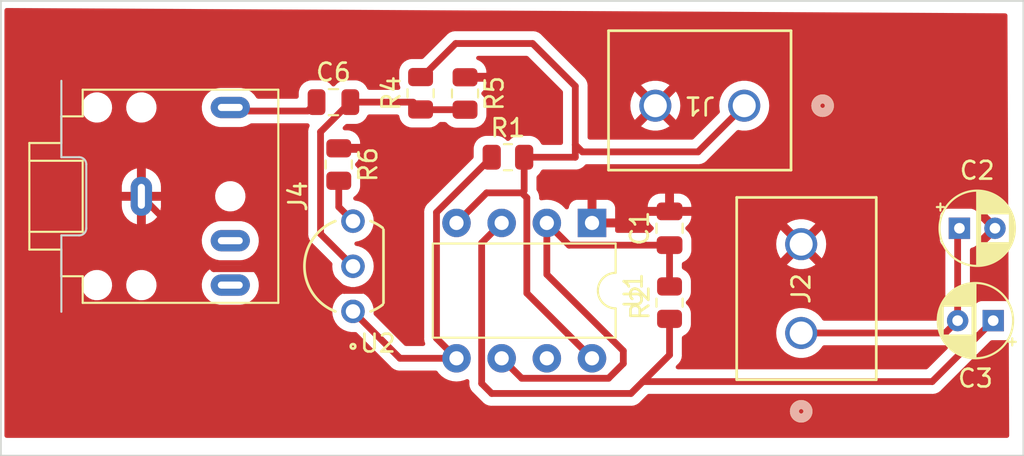
<source format=kicad_pcb>
(kicad_pcb (version 20221018) (generator pcbnew)
  (layers (0 "F.Cu" signal) (31 "B.Cu" signal) (34 "B.Paste" user) (35 "F.Paste" user) (36 "B.SilkS" user "B.Silkscreen") (37 "F.SilkS" user "F.Silkscreen") (38 "B.Mask" user) (39 "F.Mask" user) (44 "Edge.Cuts" user))
  (net 0 "")
  (net 1 "/C_timing")
  (net 2 "GND")
  (net 3 "/base")
  (net 4 "Net-(J2-Pin_1)")
  (net 5 "Net-(U1-Q)")
  (net 6 "+9V")
  (net 7 "/collector")
  (net 8 "/emitter")
  (net 10 "Net-(C6-Pad1)")
  (footprint "Library:691137710002" (layer "F.Cu") (at 197.702701 118.7951 90)
    (fp_text reference "J2" (at 2.5 0 90 unlocked) (layer "F.SilkS"))
    (fp_text value "Screw_Terminal_01x02")
    (fp_circle (center -4.4088 0) (end -4.0278 0) (stroke (width 0.508)) (fill none) (layer "B.SilkS"))
    (fp_line (start -2.6308 -3.627001) (end -2.6308 4.221599) (stroke (width 0.1524)) (layer "F.SilkS"))
    (fp_line (start -2.6308 4.221599) (end 7.6308 4.221599) (stroke (width 0.1524)) (layer "F.SilkS"))
    (fp_line (start 7.6308 -3.627001) (end -2.6308 -3.627001) (stroke (width 0.1524)) (layer "F.SilkS"))
    (fp_line (start 7.6308 4.221599) (end 7.6308 -3.627001) (stroke (width 0.1524)) (layer "F.SilkS"))
    (fp_circle (center -4.4088 0) (end -4.0278 0) (stroke (width 0.508)) (fill none) (layer "F.SilkS"))
    (pad "1" thru_hole circle (at 0 0 90) (size 1.8034 1.8034) (drill 1.2954) (layers "*.Cu" "*.Mask") (net 4 "Net-(J2-Pin_1)"))
    (pad "2" thru_hole circle (at 5 0 90) (size 1.8034 1.8034) (drill 1.2954) (layers "*.Cu" "*.Mask") (net 2 "GND"))
  )
  (footprint "Resistor_SMD:R_0805_2012Metric" (layer "F.Cu") (at 178.8 105.3125 -90)
    (fp_text reference "R5" (at 0 -1.65 90) (layer "F.SilkS"))
    (fp_text value "15K")
    (fp_line (start -0.227064 -0.735) (end 0.227064 -0.735) (stroke (width 0.12)) (layer "F.SilkS"))
    (fp_line (start -0.227064 0.735) (end 0.227064 0.735) (stroke (width 0.12)) (layer "F.SilkS"))
    (pad "1" smd roundrect (at -0.9125 0 270) (size 1.025 1.4) (layers "F.Cu" "F.Paste" "F.Mask") (roundrect_rratio 0.243902) (net 2 "GND"))
    (pad "2" smd roundrect (at 0.9125 0 270) (size 1.025 1.4) (layers "F.Cu" "F.Paste" "F.Mask") (roundrect_rratio 0.243902) (net 3 "/base"))
  )
  (footprint "Library:BC547" (layer "F.Cu") (at 172.5 117.58 90)
    (fp_text reference "U2" (at -1.8 1.4 unlocked) (layer "F.SilkS"))
    (fp_text value "BC547")
    (fp_line (start 0.476494 1.7145) (end 4.603506 1.7145) (stroke (width 0.1524)) (layer "F.SilkS"))
    (fp_arc (start -0.003485 -0.993134) (mid 2.54 -2.7305) (end 5.083485 -0.993134) (stroke (width 0.1524)) (layer "F.SilkS"))
    (fp_arc (start 0.375836 1.66494) (mid 0.162329 1.342503) (end -0.003484 0.993136) (stroke (width 0.1524)) (layer "F.SilkS"))
    (fp_arc (start 5.083485 0.993134) (mid 4.917671 1.342502) (end 4.704164 1.66494) (stroke (width 0.1524)) (layer "F.SilkS"))
    (fp_circle (center -1.9685 0) (end -1.8415 0) (stroke (width 0.1524)) (fill none) (layer "F.SilkS"))
    (pad "1" thru_hole circle (at 0 0 90) (size 1.3208 1.3208) (drill 0.8128) (layers "*.Cu" "*.Mask") (net 7 "/collector"))
    (pad "2" thru_hole circle (at 2.54 0 90) (size 1.3208 1.3208) (drill 0.8128) (layers "*.Cu" "*.Mask") (net 3 "/base"))
    (pad "3" thru_hole circle (at 5.08 0 90) (size 1.3208 1.3208) (drill 0.8128) (layers "*.Cu" "*.Mask") (net 8 "/emitter"))
  )
  (footprint "Resistor_SMD:R_0805_2012Metric" (layer "F.Cu") (at 181.2125 108.9)
    (fp_text reference "R1" (at 0 -1.65) (layer "F.SilkS"))
    (fp_text value "10K")
    (fp_line (start -0.227064 -0.735) (end 0.227064 -0.735) (stroke (width 0.12)) (layer "F.SilkS"))
    (fp_line (start -0.227064 0.735) (end 0.227064 0.735) (stroke (width 0.12)) (layer "F.SilkS"))
    (pad "1" smd roundrect (at -0.9125 0) (size 1.025 1.4) (layers "F.Cu" "F.Paste" "F.Mask") (roundrect_rratio 0.243902) (net 7 "/collector"))
    (pad "2" smd roundrect (at 0.9125 0) (size 1.025 1.4) (layers "F.Cu" "F.Paste" "F.Mask") (roundrect_rratio 0.243902) (net 6 "+9V"))
  )
  (footprint "Resistor_SMD:R_0805_2012Metric" (layer "F.Cu") (at 171.7 109.3125 -90)
    (fp_text reference "R6" (at 0 -1.65 -90) (layer "F.SilkS"))
    (fp_text value "1K")
    (fp_line (start -0.227064 -0.735) (end 0.227064 -0.735) (stroke (width 0.12)) (layer "F.SilkS"))
    (fp_line (start -0.227064 0.735) (end 0.227064 0.735) (stroke (width 0.12)) (layer "F.SilkS"))
    (pad "1" smd roundrect (at -0.9125 0 270) (size 1.025 1.4) (layers "F.Cu" "F.Paste" "F.Mask") (roundrect_rratio 0.243902) (net 2 "GND"))
    (pad "2" smd roundrect (at 0.9125 0 270) (size 1.025 1.4) (layers "F.Cu" "F.Paste" "F.Mask") (roundrect_rratio 0.243902) (net 8 "/emitter"))
  )
  (footprint "Package_DIP:DIP-8_W7.62mm" (layer "F.Cu") (at 185.94 112.6 -90)
    (fp_text reference "U1" (at 3.81 -2.33 -90) (layer "F.SilkS"))
    (fp_text value "NE555D")
    (fp_line (start 1.16 -1.33) (end 1.16 8.95) (stroke (width 0.12)) (layer "F.SilkS"))
    (fp_line (start 1.16 8.95) (end 6.46 8.95) (stroke (width 0.12)) (layer "F.SilkS"))
    (fp_line (start 2.81 -1.33) (end 1.16 -1.33) (stroke (width 0.12)) (layer "F.SilkS"))
    (fp_line (start 6.46 -1.33) (end 4.81 -1.33) (stroke (width 0.12)) (layer "F.SilkS"))
    (fp_line (start 6.46 8.95) (end 6.46 -1.33) (stroke (width 0.12)) (layer "F.SilkS"))
    (fp_arc (start 4.81 -1.33) (mid 3.81 -0.33) (end 2.81 -1.33) (stroke (width 0.12)) (layer "F.SilkS"))
    (pad "1" thru_hole rect (at 0 0 270) (size 1.6 1.6) (drill 0.8) (layers "*.Cu" "*.Mask") (net 2 "GND"))
    (pad "2" thru_hole oval (at 0 2.54 270) (size 1.6 1.6) (drill 0.8) (layers "*.Cu" "*.Mask") (net 1 "/C_timing"))
    (pad "3" thru_hole oval (at 0 5.08 270) (size 1.6 1.6) (drill 0.8) (layers "*.Cu" "*.Mask") (net 5 "Net-(U1-Q)"))
    (pad "4" thru_hole oval (at 0 7.62 270) (size 1.6 1.6) (drill 0.8) (layers "*.Cu" "*.Mask") (net 6 "+9V"))
    (pad "5" thru_hole oval (at 7.62 7.62 270) (size 1.6 1.6) (drill 0.8) (layers "*.Cu" "*.Mask") (net 7 "/collector"))
    (pad "6" thru_hole oval (at 7.62 5.08 270) (size 1.6 1.6) (drill 0.8) (layers "*.Cu" "*.Mask") (net 1 "/C_timing"))
    (pad "7" thru_hole oval (at 7.62 2.54 270) (size 1.6 1.6) (drill 0.8) (layers "*.Cu" "*.Mask"))
    (pad "8" thru_hole oval (at 7.62 0 270) (size 1.6 1.6) (drill 0.8) (layers "*.Cu" "*.Mask") (net 6 "+9V"))
  )
  (footprint "Library:691137710002" (layer "F.Cu") (at 194.5 106 180)
    (fp_text reference "J1" (at 2.5 0 180 unlocked) (layer "F.SilkS"))
    (fp_text value "Screw_Terminal_01x02")
    (fp_circle (center -4.4088 0) (end -4.0278 0) (stroke (width 0.508)) (fill none) (layer "B.SilkS"))
    (fp_line (start -2.6308 -3.627001) (end -2.6308 4.221599) (stroke (width 0.1524)) (layer "F.SilkS"))
    (fp_line (start -2.6308 4.221599) (end 7.6308 4.221599) (stroke (width 0.1524)) (layer "F.SilkS"))
    (fp_line (start 7.6308 -3.627001) (end -2.6308 -3.627001) (stroke (width 0.1524)) (layer "F.SilkS"))
    (fp_line (start 7.6308 4.221599) (end 7.6308 -3.627001) (stroke (width 0.1524)) (layer "F.SilkS"))
    (fp_circle (center -4.4088 0) (end -4.0278 0) (stroke (width 0.508)) (fill none) (layer "F.SilkS"))
    (pad "1" thru_hole circle (at 0 0 180) (size 1.8034 1.8034) (drill 1.2954) (layers "*.Cu" "*.Mask") (net 6 "+9V"))
    (pad "2" thru_hole circle (at 5 0 180) (size 1.8034 1.8034) (drill 1.2954) (layers "*.Cu" "*.Mask") (net 2 "GND"))
  )
  (footprint "Capacitor_THT:CP_Radial_D4.0mm_P2.00mm" (layer "F.Cu") (at 206.6 112.9)
    (fp_text reference "C2" (at 1 -3.25) (layer "F.SilkS"))
    (fp_text value "C_Polarized_US")
    (fp_line (start -1.269801 -1.195) (end -0.869801 -1.195) (stroke (width 0.12)) (layer "F.SilkS"))
    (fp_line (start -1.069801 -1.395) (end -1.069801 -0.995) (stroke (width 0.12)) (layer "F.SilkS"))
    (fp_line (start 1 -2.08) (end 1 2.08) (stroke (width 0.12)) (layer "F.SilkS"))
    (fp_line (start 1.04 -2.08) (end 1.04 2.08) (stroke (width 0.12)) (layer "F.SilkS"))
    (fp_line (start 1.08 -2.079) (end 1.08 2.079) (stroke (width 0.12)) (layer "F.SilkS"))
    (fp_line (start 1.12 -2.077) (end 1.12 2.077) (stroke (width 0.12)) (layer "F.SilkS"))
    (fp_line (start 1.16 -2.074) (end 1.16 2.074) (stroke (width 0.12)) (layer "F.SilkS"))
    (fp_line (start 1.2 -2.071) (end 1.2 -0.84) (stroke (width 0.12)) (layer "F.SilkS"))
    (fp_line (start 1.2 0.84) (end 1.2 2.071) (stroke (width 0.12)) (layer "F.SilkS"))
    (fp_line (start 1.24 -2.067) (end 1.24 -0.84) (stroke (width 0.12)) (layer "F.SilkS"))
    (fp_line (start 1.24 0.84) (end 1.24 2.067) (stroke (width 0.12)) (layer "F.SilkS"))
    (fp_line (start 1.28 -2.062) (end 1.28 -0.84) (stroke (width 0.12)) (layer "F.SilkS"))
    (fp_line (start 1.28 0.84) (end 1.28 2.062) (stroke (width 0.12)) (layer "F.SilkS"))
    (fp_line (start 1.32 -2.056) (end 1.32 -0.84) (stroke (width 0.12)) (layer "F.SilkS"))
    (fp_line (start 1.32 0.84) (end 1.32 2.056) (stroke (width 0.12)) (layer "F.SilkS"))
    (fp_line (start 1.36 -2.05) (end 1.36 -0.84) (stroke (width 0.12)) (layer "F.SilkS"))
    (fp_line (start 1.36 0.84) (end 1.36 2.05) (stroke (width 0.12)) (layer "F.SilkS"))
    (fp_line (start 1.4 -2.042) (end 1.4 -0.84) (stroke (width 0.12)) (layer "F.SilkS"))
    (fp_line (start 1.4 0.84) (end 1.4 2.042) (stroke (width 0.12)) (layer "F.SilkS"))
    (fp_line (start 1.44 -2.034) (end 1.44 -0.84) (stroke (width 0.12)) (layer "F.SilkS"))
    (fp_line (start 1.44 0.84) (end 1.44 2.034) (stroke (width 0.12)) (layer "F.SilkS"))
    (fp_line (start 1.48 -2.025) (end 1.48 -0.84) (stroke (width 0.12)) (layer "F.SilkS"))
    (fp_line (start 1.48 0.84) (end 1.48 2.025) (stroke (width 0.12)) (layer "F.SilkS"))
    (fp_line (start 1.52 -2.016) (end 1.52 -0.84) (stroke (width 0.12)) (layer "F.SilkS"))
    (fp_line (start 1.52 0.84) (end 1.52 2.016) (stroke (width 0.12)) (layer "F.SilkS"))
    (fp_line (start 1.56 -2.005) (end 1.56 -0.84) (stroke (width 0.12)) (layer "F.SilkS"))
    (fp_line (start 1.56 0.84) (end 1.56 2.005) (stroke (width 0.12)) (layer "F.SilkS"))
    (fp_line (start 1.6 -1.994) (end 1.6 -0.84) (stroke (width 0.12)) (layer "F.SilkS"))
    (fp_line (start 1.6 0.84) (end 1.6 1.994) (stroke (width 0.12)) (layer "F.SilkS"))
    (fp_line (start 1.64 -1.982) (end 1.64 -0.84) (stroke (width 0.12)) (layer "F.SilkS"))
    (fp_line (start 1.64 0.84) (end 1.64 1.982) (stroke (width 0.12)) (layer "F.SilkS"))
    (fp_line (start 1.68 -1.968) (end 1.68 -0.84) (stroke (width 0.12)) (layer "F.SilkS"))
    (fp_line (start 1.68 0.84) (end 1.68 1.968) (stroke (width 0.12)) (layer "F.SilkS"))
    (fp_line (start 1.721 -1.954) (end 1.721 -0.84) (stroke (width 0.12)) (layer "F.SilkS"))
    (fp_line (start 1.721 0.84) (end 1.721 1.954) (stroke (width 0.12)) (layer "F.SilkS"))
    (fp_line (start 1.761 -1.94) (end 1.761 -0.84) (stroke (width 0.12)) (layer "F.SilkS"))
    (fp_line (start 1.761 0.84) (end 1.761 1.94) (stroke (width 0.12)) (layer "F.SilkS"))
    (fp_line (start 1.801 -1.924) (end 1.801 -0.84) (stroke (width 0.12)) (layer "F.SilkS"))
    (fp_line (start 1.801 0.84) (end 1.801 1.924) (stroke (width 0.12)) (layer "F.SilkS"))
    (fp_line (start 1.841 -1.907) (end 1.841 -0.84) (stroke (width 0.12)) (layer "F.SilkS"))
    (fp_line (start 1.841 0.84) (end 1.841 1.907) (stroke (width 0.12)) (layer "F.SilkS"))
    (fp_line (start 1.881 -1.889) (end 1.881 -0.84) (stroke (width 0.12)) (layer "F.SilkS"))
    (fp_line (start 1.881 0.84) (end 1.881 1.889) (stroke (width 0.12)) (layer "F.SilkS"))
    (fp_line (start 1.921 -1.87) (end 1.921 -0.84) (stroke (width 0.12)) (layer "F.SilkS"))
    (fp_line (start 1.921 0.84) (end 1.921 1.87) (stroke (width 0.12)) (layer "F.SilkS"))
    (fp_line (start 1.961 -1.851) (end 1.961 -0.84) (stroke (width 0.12)) (layer "F.SilkS"))
    (fp_line (start 1.961 0.84) (end 1.961 1.851) (stroke (width 0.12)) (layer "F.SilkS"))
    (fp_line (start 2.001 -1.83) (end 2.001 -0.84) (stroke (width 0.12)) (layer "F.SilkS"))
    (fp_line (start 2.001 0.84) (end 2.001 1.83) (stroke (width 0.12)) (layer "F.SilkS"))
    (fp_line (start 2.041 -1.808) (end 2.041 -0.84) (stroke (width 0.12)) (layer "F.SilkS"))
    (fp_line (start 2.041 0.84) (end 2.041 1.808) (stroke (width 0.12)) (layer "F.SilkS"))
    (fp_line (start 2.081 -1.785) (end 2.081 -0.84) (stroke (width 0.12)) (layer "F.SilkS"))
    (fp_line (start 2.081 0.84) (end 2.081 1.785) (stroke (width 0.12)) (layer "F.SilkS"))
    (fp_line (start 2.121 -1.76) (end 2.121 -0.84) (stroke (width 0.12)) (layer "F.SilkS"))
    (fp_line (start 2.121 0.84) (end 2.121 1.76) (stroke (width 0.12)) (layer "F.SilkS"))
    (fp_line (start 2.161 -1.735) (end 2.161 -0.84) (stroke (width 0.12)) (layer "F.SilkS"))
    (fp_line (start 2.161 0.84) (end 2.161 1.735) (stroke (width 0.12)) (layer "F.SilkS"))
    (fp_line (start 2.201 -1.708) (end 2.201 -0.84) (stroke (width 0.12)) (layer "F.SilkS"))
    (fp_line (start 2.201 0.84) (end 2.201 1.708) (stroke (width 0.12)) (layer "F.SilkS"))
    (fp_line (start 2.241 -1.68) (end 2.241 -0.84) (stroke (width 0.12)) (layer "F.SilkS"))
    (fp_line (start 2.241 0.84) (end 2.241 1.68) (stroke (width 0.12)) (layer "F.SilkS"))
    (fp_line (start 2.281 -1.65) (end 2.281 -0.84) (stroke (width 0.12)) (layer "F.SilkS"))
    (fp_line (start 2.281 0.84) (end 2.281 1.65) (stroke (width 0.12)) (layer "F.SilkS"))
    (fp_line (start 2.321 -1.619) (end 2.321 -0.84) (stroke (width 0.12)) (layer "F.SilkS"))
    (fp_line (start 2.321 0.84) (end 2.321 1.619) (stroke (width 0.12)) (layer "F.SilkS"))
    (fp_line (start 2.361 -1.587) (end 2.361 -0.84) (stroke (width 0.12)) (layer "F.SilkS"))
    (fp_line (start 2.361 0.84) (end 2.361 1.587) (stroke (width 0.12)) (layer "F.SilkS"))
    (fp_line (start 2.401 -1.552) (end 2.401 -0.84) (stroke (width 0.12)) (layer "F.SilkS"))
    (fp_line (start 2.401 0.84) (end 2.401 1.552) (stroke (width 0.12)) (layer "F.SilkS"))
    (fp_line (start 2.441 -1.516) (end 2.441 -0.84) (stroke (width 0.12)) (layer "F.SilkS"))
    (fp_line (start 2.441 0.84) (end 2.441 1.516) (stroke (width 0.12)) (layer "F.SilkS"))
    (fp_line (start 2.481 -1.478) (end 2.481 -0.84) (stroke (width 0.12)) (layer "F.SilkS"))
    (fp_line (start 2.481 0.84) (end 2.481 1.478) (stroke (width 0.12)) (layer "F.SilkS"))
    (fp_line (start 2.521 -1.438) (end 2.521 -0.84) (stroke (width 0.12)) (layer "F.SilkS"))
    (fp_line (start 2.521 0.84) (end 2.521 1.438) (stroke (width 0.12)) (layer "F.SilkS"))
    (fp_line (start 2.561 -1.396) (end 2.561 -0.84) (stroke (width 0.12)) (layer "F.SilkS"))
    (fp_line (start 2.561 0.84) (end 2.561 1.396) (stroke (width 0.12)) (layer "F.SilkS"))
    (fp_line (start 2.601 -1.351) (end 2.601 -0.84) (stroke (width 0.12)) (layer "F.SilkS"))
    (fp_line (start 2.601 0.84) (end 2.601 1.351) (stroke (width 0.12)) (layer "F.SilkS"))
    (fp_line (start 2.641 -1.304) (end 2.641 -0.84) (stroke (width 0.12)) (layer "F.SilkS"))
    (fp_line (start 2.641 0.84) (end 2.641 1.304) (stroke (width 0.12)) (layer "F.SilkS"))
    (fp_line (start 2.681 -1.254) (end 2.681 -0.84) (stroke (width 0.12)) (layer "F.SilkS"))
    (fp_line (start 2.681 0.84) (end 2.681 1.254) (stroke (width 0.12)) (layer "F.SilkS"))
    (fp_line (start 2.721 -1.2) (end 2.721 -0.84) (stroke (width 0.12)) (layer "F.SilkS"))
    (fp_line (start 2.721 0.84) (end 2.721 1.2) (stroke (width 0.12)) (layer "F.SilkS"))
    (fp_line (start 2.761 -1.142) (end 2.761 -0.84) (stroke (width 0.12)) (layer "F.SilkS"))
    (fp_line (start 2.761 0.84) (end 2.761 1.142) (stroke (width 0.12)) (layer "F.SilkS"))
    (fp_line (start 2.801 -1.08) (end 2.801 -0.84) (stroke (width 0.12)) (layer "F.SilkS"))
    (fp_line (start 2.801 0.84) (end 2.801 1.08) (stroke (width 0.12)) (layer "F.SilkS"))
    (fp_line (start 2.841 -1.013) (end 2.841 1.013) (stroke (width 0.12)) (layer "F.SilkS"))
    (fp_line (start 2.881 -0.94) (end 2.881 0.94) (stroke (width 0.12)) (layer "F.SilkS"))
    (fp_line (start 2.921 -0.859) (end 2.921 0.859) (stroke (width 0.12)) (layer "F.SilkS"))
    (fp_line (start 2.961 -0.768) (end 2.961 0.768) (stroke (width 0.12)) (layer "F.SilkS"))
    (fp_line (start 3.001 -0.664) (end 3.001 0.664) (stroke (width 0.12)) (layer "F.SilkS"))
    (fp_line (start 3.041 -0.537) (end 3.041 0.537) (stroke (width 0.12)) (layer "F.SilkS"))
    (fp_line (start 3.081 -0.37) (end 3.081 0.37) (stroke (width 0.12)) (layer "F.SilkS"))
    (fp_circle (center 1 0) (end 3.12 0) (stroke (width 0.12)) (fill none) (layer "F.SilkS"))
    (pad "1" thru_hole rect (at 0 0) (size 1.2 1.2) (drill 0.6) (layers "*.Cu" "*.Mask") (net 4 "Net-(J2-Pin_1)"))
    (pad "2" thru_hole circle (at 2 0) (size 1.2 1.2) (drill 0.6) (layers "*.Cu" "*.Mask") (net 2 "GND"))
  )
  (footprint "Capacitor_SMD:C_0805_2012Metric" (layer "F.Cu") (at 171.4 105.8)
    (fp_text reference "C6" (at 0 -1.68) (layer "F.SilkS"))
    (fp_text value "100nF")
    (fp_line (start -0.261252 -0.735) (end 0.261252 -0.735) (stroke (width 0.12)) (layer "F.SilkS"))
    (fp_line (start -0.261252 0.735) (end 0.261252 0.735) (stroke (width 0.12)) (layer "F.SilkS"))
    (pad "1" smd roundrect (at -0.95 0) (size 1 1.45) (layers "F.Cu" "F.Paste" "F.Mask") (net 10 "Net-(C6-Pad1)"))
    (pad "2" smd roundrect (at 0.95 0) (size 1 1.45) (layers "F.Cu" "F.Paste" "F.Mask") (net 3 "/base"))
  )
  (footprint "Resistor_SMD:R_0805_2012Metric" (layer "F.Cu") (at 176.3 105.3 90)
    (fp_text reference "R4" (at 0 -1.65 90) (layer "F.SilkS"))
    (fp_text value "100K")
    (fp_line (start -0.227064 -0.735) (end 0.227064 -0.735) (stroke (width 0.12)) (layer "F.SilkS"))
    (fp_line (start -0.227064 0.735) (end 0.227064 0.735) (stroke (width 0.12)) (layer "F.SilkS"))
    (pad "1" smd roundrect (at -0.9125 0 90) (size 1.025 1.4) (layers "F.Cu" "F.Paste" "F.Mask") (roundrect_rratio 0.243902) (net 3 "/base"))
    (pad "2" smd roundrect (at 0.9125 0 90) (size 1.025 1.4) (layers "F.Cu" "F.Paste" "F.Mask") (roundrect_rratio 0.243902) (net 6 "+9V"))
  )
  (footprint "Capacitor_THT:CP_Radial_D4.0mm_P2.00mm" (layer "F.Cu") (at 208.5 118.1 180)
    (fp_text reference "C3" (at 1 -3.25) (layer "F.SilkS"))
    (fp_text value "C_Polarized_US")
    (fp_line (start -1.269801 -1.195) (end -0.869801 -1.195) (stroke (width 0.12)) (layer "F.SilkS"))
    (fp_line (start -1.069801 -1.395) (end -1.069801 -0.995) (stroke (width 0.12)) (layer "F.SilkS"))
    (fp_line (start 1 -2.08) (end 1 2.08) (stroke (width 0.12)) (layer "F.SilkS"))
    (fp_line (start 1.04 -2.08) (end 1.04 2.08) (stroke (width 0.12)) (layer "F.SilkS"))
    (fp_line (start 1.08 -2.079) (end 1.08 2.079) (stroke (width 0.12)) (layer "F.SilkS"))
    (fp_line (start 1.12 -2.077) (end 1.12 2.077) (stroke (width 0.12)) (layer "F.SilkS"))
    (fp_line (start 1.16 -2.074) (end 1.16 2.074) (stroke (width 0.12)) (layer "F.SilkS"))
    (fp_line (start 1.2 -2.071) (end 1.2 -0.84) (stroke (width 0.12)) (layer "F.SilkS"))
    (fp_line (start 1.2 0.84) (end 1.2 2.071) (stroke (width 0.12)) (layer "F.SilkS"))
    (fp_line (start 1.24 -2.067) (end 1.24 -0.84) (stroke (width 0.12)) (layer "F.SilkS"))
    (fp_line (start 1.24 0.84) (end 1.24 2.067) (stroke (width 0.12)) (layer "F.SilkS"))
    (fp_line (start 1.28 -2.062) (end 1.28 -0.84) (stroke (width 0.12)) (layer "F.SilkS"))
    (fp_line (start 1.28 0.84) (end 1.28 2.062) (stroke (width 0.12)) (layer "F.SilkS"))
    (fp_line (start 1.32 -2.056) (end 1.32 -0.84) (stroke (width 0.12)) (layer "F.SilkS"))
    (fp_line (start 1.32 0.84) (end 1.32 2.056) (stroke (width 0.12)) (layer "F.SilkS"))
    (fp_line (start 1.36 -2.05) (end 1.36 -0.84) (stroke (width 0.12)) (layer "F.SilkS"))
    (fp_line (start 1.36 0.84) (end 1.36 2.05) (stroke (width 0.12)) (layer "F.SilkS"))
    (fp_line (start 1.4 -2.042) (end 1.4 -0.84) (stroke (width 0.12)) (layer "F.SilkS"))
    (fp_line (start 1.4 0.84) (end 1.4 2.042) (stroke (width 0.12)) (layer "F.SilkS"))
    (fp_line (start 1.44 -2.034) (end 1.44 -0.84) (stroke (width 0.12)) (layer "F.SilkS"))
    (fp_line (start 1.44 0.84) (end 1.44 2.034) (stroke (width 0.12)) (layer "F.SilkS"))
    (fp_line (start 1.48 -2.025) (end 1.48 -0.84) (stroke (width 0.12)) (layer "F.SilkS"))
    (fp_line (start 1.48 0.84) (end 1.48 2.025) (stroke (width 0.12)) (layer "F.SilkS"))
    (fp_line (start 1.52 -2.016) (end 1.52 -0.84) (stroke (width 0.12)) (layer "F.SilkS"))
    (fp_line (start 1.52 0.84) (end 1.52 2.016) (stroke (width 0.12)) (layer "F.SilkS"))
    (fp_line (start 1.56 -2.005) (end 1.56 -0.84) (stroke (width 0.12)) (layer "F.SilkS"))
    (fp_line (start 1.56 0.84) (end 1.56 2.005) (stroke (width 0.12)) (layer "F.SilkS"))
    (fp_line (start 1.6 -1.994) (end 1.6 -0.84) (stroke (width 0.12)) (layer "F.SilkS"))
    (fp_line (start 1.6 0.84) (end 1.6 1.994) (stroke (width 0.12)) (layer "F.SilkS"))
    (fp_line (start 1.64 -1.982) (end 1.64 -0.84) (stroke (width 0.12)) (layer "F.SilkS"))
    (fp_line (start 1.64 0.84) (end 1.64 1.982) (stroke (width 0.12)) (layer "F.SilkS"))
    (fp_line (start 1.68 -1.968) (end 1.68 -0.84) (stroke (width 0.12)) (layer "F.SilkS"))
    (fp_line (start 1.68 0.84) (end 1.68 1.968) (stroke (width 0.12)) (layer "F.SilkS"))
    (fp_line (start 1.721 -1.954) (end 1.721 -0.84) (stroke (width 0.12)) (layer "F.SilkS"))
    (fp_line (start 1.721 0.84) (end 1.721 1.954) (stroke (width 0.12)) (layer "F.SilkS"))
    (fp_line (start 1.761 -1.94) (end 1.761 -0.84) (stroke (width 0.12)) (layer "F.SilkS"))
    (fp_line (start 1.761 0.84) (end 1.761 1.94) (stroke (width 0.12)) (layer "F.SilkS"))
    (fp_line (start 1.801 -1.924) (end 1.801 -0.84) (stroke (width 0.12)) (layer "F.SilkS"))
    (fp_line (start 1.801 0.84) (end 1.801 1.924) (stroke (width 0.12)) (layer "F.SilkS"))
    (fp_line (start 1.841 -1.907) (end 1.841 -0.84) (stroke (width 0.12)) (layer "F.SilkS"))
    (fp_line (start 1.841 0.84) (end 1.841 1.907) (stroke (width 0.12)) (layer "F.SilkS"))
    (fp_line (start 1.881 -1.889) (end 1.881 -0.84) (stroke (width 0.12)) (layer "F.SilkS"))
    (fp_line (start 1.881 0.84) (end 1.881 1.889) (stroke (width 0.12)) (layer "F.SilkS"))
    (fp_line (start 1.921 -1.87) (end 1.921 -0.84) (stroke (width 0.12)) (layer "F.SilkS"))
    (fp_line (start 1.921 0.84) (end 1.921 1.87) (stroke (width 0.12)) (layer "F.SilkS"))
    (fp_line (start 1.961 -1.851) (end 1.961 -0.84) (stroke (width 0.12)) (layer "F.SilkS"))
    (fp_line (start 1.961 0.84) (end 1.961 1.851) (stroke (width 0.12)) (layer "F.SilkS"))
    (fp_line (start 2.001 -1.83) (end 2.001 -0.84) (stroke (width 0.12)) (layer "F.SilkS"))
    (fp_line (start 2.001 0.84) (end 2.001 1.83) (stroke (width 0.12)) (layer "F.SilkS"))
    (fp_line (start 2.041 -1.808) (end 2.041 -0.84) (stroke (width 0.12)) (layer "F.SilkS"))
    (fp_line (start 2.041 0.84) (end 2.041 1.808) (stroke (width 0.12)) (layer "F.SilkS"))
    (fp_line (start 2.081 -1.785) (end 2.081 -0.84) (stroke (width 0.12)) (layer "F.SilkS"))
    (fp_line (start 2.081 0.84) (end 2.081 1.785) (stroke (width 0.12)) (layer "F.SilkS"))
    (fp_line (start 2.121 -1.76) (end 2.121 -0.84) (stroke (width 0.12)) (layer "F.SilkS"))
    (fp_line (start 2.121 0.84) (end 2.121 1.76) (stroke (width 0.12)) (layer "F.SilkS"))
    (fp_line (start 2.161 -1.735) (end 2.161 -0.84) (stroke (width 0.12)) (layer "F.SilkS"))
    (fp_line (start 2.161 0.84) (end 2.161 1.735) (stroke (width 0.12)) (layer "F.SilkS"))
    (fp_line (start 2.201 -1.708) (end 2.201 -0.84) (stroke (width 0.12)) (layer "F.SilkS"))
    (fp_line (start 2.201 0.84) (end 2.201 1.708) (stroke (width 0.12)) (layer "F.SilkS"))
    (fp_line (start 2.241 -1.68) (end 2.241 -0.84) (stroke (width 0.12)) (layer "F.SilkS"))
    (fp_line (start 2.241 0.84) (end 2.241 1.68) (stroke (width 0.12)) (layer "F.SilkS"))
    (fp_line (start 2.281 -1.65) (end 2.281 -0.84) (stroke (width 0.12)) (layer "F.SilkS"))
    (fp_line (start 2.281 0.84) (end 2.281 1.65) (stroke (width 0.12)) (layer "F.SilkS"))
    (fp_line (start 2.321 -1.619) (end 2.321 -0.84) (stroke (width 0.12)) (layer "F.SilkS"))
    (fp_line (start 2.321 0.84) (end 2.321 1.619) (stroke (width 0.12)) (layer "F.SilkS"))
    (fp_line (start 2.361 -1.587) (end 2.361 -0.84) (stroke (width 0.12)) (layer "F.SilkS"))
    (fp_line (start 2.361 0.84) (end 2.361 1.587) (stroke (width 0.12)) (layer "F.SilkS"))
    (fp_line (start 2.401 -1.552) (end 2.401 -0.84) (stroke (width 0.12)) (layer "F.SilkS"))
    (fp_line (start 2.401 0.84) (end 2.401 1.552) (stroke (width 0.12)) (layer "F.SilkS"))
    (fp_line (start 2.441 -1.516) (end 2.441 -0.84) (stroke (width 0.12)) (layer "F.SilkS"))
    (fp_line (start 2.441 0.84) (end 2.441 1.516) (stroke (width 0.12)) (layer "F.SilkS"))
    (fp_line (start 2.481 -1.478) (end 2.481 -0.84) (stroke (width 0.12)) (layer "F.SilkS"))
    (fp_line (start 2.481 0.84) (end 2.481 1.478) (stroke (width 0.12)) (layer "F.SilkS"))
    (fp_line (start 2.521 -1.438) (end 2.521 -0.84) (stroke (width 0.12)) (layer "F.SilkS"))
    (fp_line (start 2.521 0.84) (end 2.521 1.438) (stroke (width 0.12)) (layer "F.SilkS"))
    (fp_line (start 2.561 -1.396) (end 2.561 -0.84) (stroke (width 0.12)) (layer "F.SilkS"))
    (fp_line (start 2.561 0.84) (end 2.561 1.396) (stroke (width 0.12)) (layer "F.SilkS"))
    (fp_line (start 2.601 -1.351) (end 2.601 -0.84) (stroke (width 0.12)) (layer "F.SilkS"))
    (fp_line (start 2.601 0.84) (end 2.601 1.351) (stroke (width 0.12)) (layer "F.SilkS"))
    (fp_line (start 2.641 -1.304) (end 2.641 -0.84) (stroke (width 0.12)) (layer "F.SilkS"))
    (fp_line (start 2.641 0.84) (end 2.641 1.304) (stroke (width 0.12)) (layer "F.SilkS"))
    (fp_line (start 2.681 -1.254) (end 2.681 -0.84) (stroke (width 0.12)) (layer "F.SilkS"))
    (fp_line (start 2.681 0.84) (end 2.681 1.254) (stroke (width 0.12)) (layer "F.SilkS"))
    (fp_line (start 2.721 -1.2) (end 2.721 -0.84) (stroke (width 0.12)) (layer "F.SilkS"))
    (fp_line (start 2.721 0.84) (end 2.721 1.2) (stroke (width 0.12)) (layer "F.SilkS"))
    (fp_line (start 2.761 -1.142) (end 2.761 -0.84) (stroke (width 0.12)) (layer "F.SilkS"))
    (fp_line (start 2.761 0.84) (end 2.761 1.142) (stroke (width 0.12)) (layer "F.SilkS"))
    (fp_line (start 2.801 -1.08) (end 2.801 -0.84) (stroke (width 0.12)) (layer "F.SilkS"))
    (fp_line (start 2.801 0.84) (end 2.801 1.08) (stroke (width 0.12)) (layer "F.SilkS"))
    (fp_line (start 2.841 -1.013) (end 2.841 1.013) (stroke (width 0.12)) (layer "F.SilkS"))
    (fp_line (start 2.881 -0.94) (end 2.881 0.94) (stroke (width 0.12)) (layer "F.SilkS"))
    (fp_line (start 2.921 -0.859) (end 2.921 0.859) (stroke (width 0.12)) (layer "F.SilkS"))
    (fp_line (start 2.961 -0.768) (end 2.961 0.768) (stroke (width 0.12)) (layer "F.SilkS"))
    (fp_line (start 3.001 -0.664) (end 3.001 0.664) (stroke (width 0.12)) (layer "F.SilkS"))
    (fp_line (start 3.041 -0.537) (end 3.041 0.537) (stroke (width 0.12)) (layer "F.SilkS"))
    (fp_line (start 3.081 -0.37) (end 3.081 0.37) (stroke (width 0.12)) (layer "F.SilkS"))
    (fp_circle (center 1 0) (end 3.12 0) (stroke (width 0.12)) (fill none) (layer "F.SilkS"))
    (pad "1" thru_hole rect (at 0 0 180) (size 1.2 1.2) (drill 0.6) (layers "*.Cu" "*.Mask") (net 5 "Net-(U1-Q)"))
    (pad "2" thru_hole circle (at 2 0 180) (size 1.2 1.2) (drill 0.6) (layers "*.Cu" "*.Mask") (net 4 "Net-(J2-Pin_1)"))
  )
  (footprint "Resistor_SMD:R_0805_2012Metric" (layer "F.Cu") (at 190.3 117.0875 90)
    (fp_text reference "R2" (at 0 -1.65 90) (layer "F.SilkS"))
    (fp_text value "10K")
    (fp_line (start -0.227064 -0.735) (end 0.227064 -0.735) (stroke (width 0.12)) (layer "F.SilkS"))
    (fp_line (start -0.227064 0.735) (end 0.227064 0.735) (stroke (width 0.12)) (layer "F.SilkS"))
    (pad "1" smd roundrect (at -0.9125 0 90) (size 1.025 1.4) (layers "F.Cu" "F.Paste" "F.Mask") (roundrect_rratio 0.243902) (net 5 "Net-(U1-Q)"))
    (pad "2" smd roundrect (at 0.9125 0 90) (size 1.025 1.4) (layers "F.Cu" "F.Paste" "F.Mask") (roundrect_rratio 0.243902) (net 1 "/C_timing"))
  )
  (footprint "Capacitor_SMD:C_0805_2012Metric" (layer "F.Cu") (at 190.3 112.9 90)
    (fp_text reference "C1" (at 0 -1.68 90) (layer "F.SilkS"))
    (fp_text value "1nF")
    (fp_line (start -0.261252 -0.735) (end 0.261252 -0.735) (stroke (width 0.12)) (layer "F.SilkS"))
    (fp_line (start -0.261252 0.735) (end 0.261252 0.735) (stroke (width 0.12)) (layer "F.SilkS"))
    (pad "1" smd roundrect (at -0.95 0 90) (size 1 1.45) (layers "F.Cu" "F.Paste" "F.Mask") (net 1 "/C_timing"))
    (pad "2" smd roundrect (at 0.95 0 90) (size 1 1.45) (layers "F.Cu" "F.Paste" "F.Mask") (net 2 "GND"))
  )
  (footprint "Connector_Audio:Jack_3.5mm_CUI_SJ1-3524N_Horizontal" (layer "F.Cu") (at 160.6 111.1 -90)
    (fp_text reference "J4" (at 0 -8.8 90) (layer "F.SilkS"))
    (fp_text value "AudioJack3_Ground")
    (fp_line (start -6 -7.7) (end 6 -7.7) (stroke (width 0.12)) (layer "F.SilkS"))
    (fp_line (start -6 3.3) (end -6 -7.7) (stroke (width 0.12)) (layer "F.SilkS"))
    (fp_line (start -4.5 3.3) (end -6 3.3) (stroke (width 0.12)) (layer "F.SilkS"))
    (fp_line (start -4.5 4.5) (end -4.5 3.3) (stroke (width 0.12)) (layer "F.SilkS"))
    (fp_line (start -3 4.5) (end -4.5 4.5) (stroke (width 0.12)) (layer "F.SilkS"))
    (fp_line (start -3 6.3) (end -3 4.5) (stroke (width 0.12)) (layer "F.SilkS"))
    (fp_line (start -2 3.3) (end -2 6.3) (stroke (width 0.12)) (layer "F.SilkS"))
    (fp_line (start 2 3.3) (end -2 3.3) (stroke (width 0.12)) (layer "F.SilkS"))
    (fp_line (start 2 6.3) (end 2 3.3) (stroke (width 0.12)) (layer "F.SilkS"))
    (fp_line (start 3 4.5) (end 3 6.3) (stroke (width 0.12)) (layer "F.SilkS"))
    (fp_line (start 3 6.3) (end -3 6.3) (stroke (width 0.12)) (layer "F.SilkS"))
    (fp_line (start 4.5 3.3) (end 4.5 4.5) (stroke (width 0.12)) (layer "F.SilkS"))
    (fp_line (start 4.5 4.5) (end 3 4.5) (stroke (width 0.12)) (layer "F.SilkS"))
    (fp_line (start 6 -7.7) (end 6 3.3) (stroke (width 0.12)) (layer "F.SilkS"))
    (fp_line (start 6 3.3) (end 4.5 3.3) (stroke (width 0.12)) (layer "F.SilkS"))
    (fp_line (start -2.2 3.5) (end -2.2 4.5) (stroke (width 0.12)) (layer "Edge.Cuts"))
    (fp_line (start -2.2 4.5) (end -6.5 4.5) (stroke (width 0.12)) (layer "Edge.Cuts"))
    (fp_line (start 1.8 3.1) (end -1.8 3.1) (stroke (width 0.12)) (layer "Edge.Cuts"))
    (fp_line (start 2.2 3.5) (end 2.2 4.5) (stroke (width 0.12)) (layer "Edge.Cuts"))
    (fp_line (start 2.2 4.5) (end 6.5 4.5) (stroke (width 0.12)) (layer "Edge.Cuts"))
    (fp_arc (start -2.2 3.5) (mid -2.082842 3.217158) (end -1.8 3.1) (stroke (width 0.12)) (layer "Edge.Cuts"))
    (fp_arc (start 1.8 3.1) (mid 2.082843 3.217157) (end 2.2 3.5) (stroke (width 0.12)) (layer "Edge.Cuts"))
    (pad "" np_thru_hole circle (at -5 0 270) (size 1.2 1.2) (drill 1.2) (layers "*.Cu"))
    (pad "" np_thru_hole circle (at -5 2.5 270) (size 1.2 1.2) (drill 1.2) (layers "*.Cu"))
    (pad "" np_thru_hole circle (at 0 -5 270) (size 1.2 1.2) (drill 1.2) (layers "*.Cu"))
    (pad "" np_thru_hole circle (at 5 0 270) (size 1.2 1.2) (drill 1.2) (layers "*.Cu"))
    (pad "" np_thru_hole circle (at 5 2.5 270) (size 1.2 1.2) (drill 1.2) (layers "*.Cu"))
    (pad "R" thru_hole oval (at -5 -5 270) (size 1.2 2.2) (drill oval 0.4 1.4) (layers "*.Cu" "*.Mask") (net 10 "Net-(C6-Pad1)"))
    (pad "S" thru_hole oval (at 0 0 270) (size 2.2 1.2) (drill oval 1.4 0.4) (layers "*.Cu" "*.Mask") (net 2 "GND"))
    (pad "T" thru_hole oval (at 5 -5 90) (size 1.2 2.2) (drill oval 0.4 1.4) (layers "*.Cu" "*.Mask"))
    (pad "TN" thru_hole oval (at 2.5 -5 90) (size 1.2 2.2) (drill oval 0.4 1.4) (layers "*.Cu" "*.Mask"))
  )
  (gr_rect (start 152.7 100.1) (end 210.2 125.7) (stroke (width 0.1)) (fill none) (layer "Edge.Cuts"))
  (segment (start 187.7 120.5155) (end 187.7 119.8) (width 0.381) (layer "F.Cu") (net 1))
  (segment (start 187.7 119.8) (end 187.1 119.2) (width 0.381) (layer "F.Cu") (net 1))
  (segment (start 183.4 112.6) (end 184.65 113.85) (width 0.381) (layer "F.Cu") (net 1))
  (segment (start 181.985 121.345) (end 186.8705 121.345) (width 0.381) (layer "F.Cu") (net 1))
  (segment (start 190.3 113.85) (end 190.3 116.175) (width 0.381) (layer "F.Cu") (net 1))
  (segment (start 186.8705 121.345) (end 187.7 120.5155) (width 0.381) (layer "F.Cu") (net 1))
  (segment (start 184.65 113.85) (end 190.3 113.85) (width 0.381) (layer "F.Cu") (net 1))
  (segment (start 180.86 120.22) (end 181.985 121.345) (width 0.381) (layer "F.Cu") (net 1))
  (segment (start 187.1 119.2) (end 183.4 115.5) (width 0.381) (layer "F.Cu") (net 1))
  (segment (start 183.4 115.5) (end 183.4 112.6) (width 0.381) (layer "F.Cu") (net 1))
  (segment (start 186.24 112.601751) (end 186.24 112.225) (width 0.25) (layer "F.Cu") (net 2))
  (segment (start 160.6 111.1) (end 164.675 115.175) (width 0.381) (layer "F.Cu") (net 2))
  (segment (start 164.675 115.175) (end 170.775 115.175) (width 0.381) (layer "F.Cu") (net 2))
  (segment (start 172 116.4) (end 173 116.4) (width 0.381) (layer "F.Cu") (net 2))
  (segment (start 170.775 115.175) (end 172 116.4) (width 0.381) (layer "F.Cu") (net 2))
  (segment (start 176.3875 106.125) (end 176.3 106.2125) (width 0.381) (layer "F.Cu") (net 3))
  (segment (start 175.8875 105.8) (end 176.3 106.2125) (width 0.25) (layer "F.Cu") (net 3))
  (segment (start 176.3125 106.225) (end 178.8 106.225) (width 0.381) (layer "F.Cu") (net 3))
  (segment (start 170.675 113.215) (end 170.675 107.475) (width 0.381) (layer "F.Cu") (net 3))
  (segment (start 176.3 106.2125) (end 176.3125 106.225) (width 0.25) (layer "F.Cu") (net 3))
  (segment (start 170.675 107.475) (end 172.35 105.8) (width 0.381) (layer "F.Cu") (net 3))
  (segment (start 172.35 105.8) (end 175.8875 105.8) (width 0.381) (layer "F.Cu") (net 3))
  (segment (start 172.5 115.04) (end 170.675 113.215) (width 0.381) (layer "F.Cu") (net 3))
  (segment (start 197.702701 118.7951) (end 205.8049 118.7951) (width 0.381) (layer "F.Cu") (net 4))
  (segment (start 205.8049 118.7951) (end 206.5 118.1) (width 0.381) (layer "F.Cu") (net 4))
  (segment (start 206.5 118.1) (end 206.5 113) (width 0.381) (layer "F.Cu") (net 4))
  (segment (start 206.5 113) (end 206.6 112.9) (width 0.381) (layer "F.Cu") (net 4))
  (segment (start 180.86 112.6) (end 179.735 113.725) (width 0.381) (layer "F.Cu") (net 5))
  (segment (start 180.3 122.2) (end 188.1314 122.2) (width 0.381) (layer "F.Cu") (net 5))
  (segment (start 205.0686 121.5314) (end 208.5 118.1) (width 0.381) (layer "F.Cu") (net 5))
  (segment (start 179.735 113.725) (end 179.735 121.635) (width 0.381) (layer "F.Cu") (net 5))
  (segment (start 179.735 121.635) (end 180.3 122.2) (width 0.381) (layer "F.Cu") (net 5))
  (segment (start 188.1314 122.2) (end 188.8 121.5314) (width 0.381) (layer "F.Cu") (net 5))
  (segment (start 188.8 121.5314) (end 205.0686 121.5314) (width 0.381) (layer "F.Cu") (net 5))
  (segment (start 190.3 118) (end 190.3 120.0314) (width 0.381) (layer "F.Cu") (net 5))
  (segment (start 190.3 120.0314) (end 188.8 121.5314) (width 0.381) (layer "F.Cu") (net 5))
  (segment (start 185.400926 108.600926) (end 185 108.2) (width 0.381) (layer "F.Cu") (net 6))
  (segment (start 178.275 102.5) (end 182.6 102.5) (width 0.381) (layer "F.Cu") (net 6))
  (segment (start 185 108.2) (end 185 108.9) (width 0.381) (layer "F.Cu") (net 6))
  (segment (start 182.275 116.555) (end 182.275 111.182323) (width 0.381) (layer "F.Cu") (net 6))
  (segment (start 180.012677 110.907323) (end 182 110.907323) (width 0.381) (layer "F.Cu") (net 6))
  (segment (start 182.275 111.182323) (end 182 110.907323) (width 0.381) (layer "F.Cu") (net 6))
  (segment (start 178.32 112.6) (end 180.012677 110.907323) (width 0.381) (layer "F.Cu") (net 6))
  (segment (start 191.899074 108.600926) (end 185.400926 108.600926) (width 0.381) (layer "F.Cu") (net 6))
  (segment (start 182.125 110.782323) (end 182 110.907323) (width 0.381) (layer "F.Cu") (net 6))
  (segment (start 191.899074 108.600926) (end 194.5 106) (width 0.381) (layer "F.Cu") (net 6))
  (segment (start 176.3 104.475) (end 178.275 102.5) (width 0.381) (layer "F.Cu") (net 6))
  (segment (start 182.125 108.9) (end 182.125 110.782323) (width 0.381) (layer "F.Cu") (net 6))
  (segment (start 185.94 120.22) (end 182.275 116.555) (width 0.381) (layer "F.Cu") (net 6))
  (segment (start 185 108.9) (end 182.125 108.9) (width 0.381) (layer "F.Cu") (net 6))
  (segment (start 185 104.9) (end 185 108.2) (width 0.381) (layer "F.Cu") (net 6))
  (segment (start 182.6 102.5) (end 185 104.9) (width 0.381) (layer "F.Cu") (net 6))
  (segment (start 177.195 112.005) (end 180.3 108.9) (width 0.381) (layer "F.Cu") (net 7))
  (segment (start 178.32 120.22) (end 175.14 120.22) (width 0.381) (layer "F.Cu") (net 7))
  (segment (start 175.14 120.22) (end 172.5 117.58) (width 0.381) (layer "F.Cu") (net 7))
  (segment (start 177.195 119.095) (end 177.195 112.005) (width 0.381) (layer "F.Cu") (net 7))
  (segment (start 178.32 120.22) (end 177.195 119.095) (width 0.381) (layer "F.Cu") (net 7))
  (segment (start 171.7 110.225) (end 171.7 111.7) (width 0.381) (layer "F.Cu") (net 8))
  (segment (start 171.7 111.7) (end 172.5 112.5) (width 0.381) (layer "F.Cu") (net 8))
  (segment (start 169.95 106.3) (end 170.45 105.8) (width 0.381) (layer "F.Cu") (net 10))
  (segment (start 165.8 106.3) (end 169.95 106.3) (width 0.381) (layer "F.Cu") (net 10))
  (segment (start 165.6 106.1) (end 165.8 106.3) (width 0.381) (layer "F.Cu") (net 10))
  (zone (net 2) (net_name "GND") (layer "F.Cu") (connect_pads (clearance 0.5)) (min_thickness 0.25) (fill yes (thermal_gap 0.5) (thermal_bridge_width 0.5))
    (polygon (pts (xy 152.9 100.5) (xy 152.9 124.7) (xy 209.4 124.7) (xy 209.3 100.8)))
  )
)
</source>
